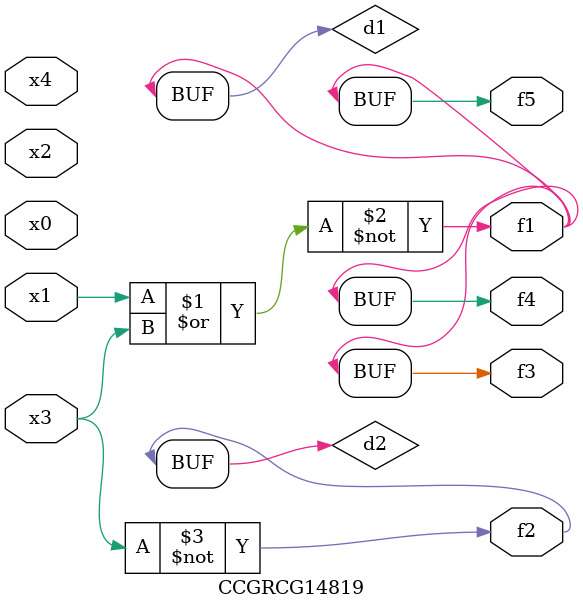
<source format=v>
module CCGRCG14819(
	input x0, x1, x2, x3, x4,
	output f1, f2, f3, f4, f5
);

	wire d1, d2;

	nor (d1, x1, x3);
	not (d2, x3);
	assign f1 = d1;
	assign f2 = d2;
	assign f3 = d1;
	assign f4 = d1;
	assign f5 = d1;
endmodule

</source>
